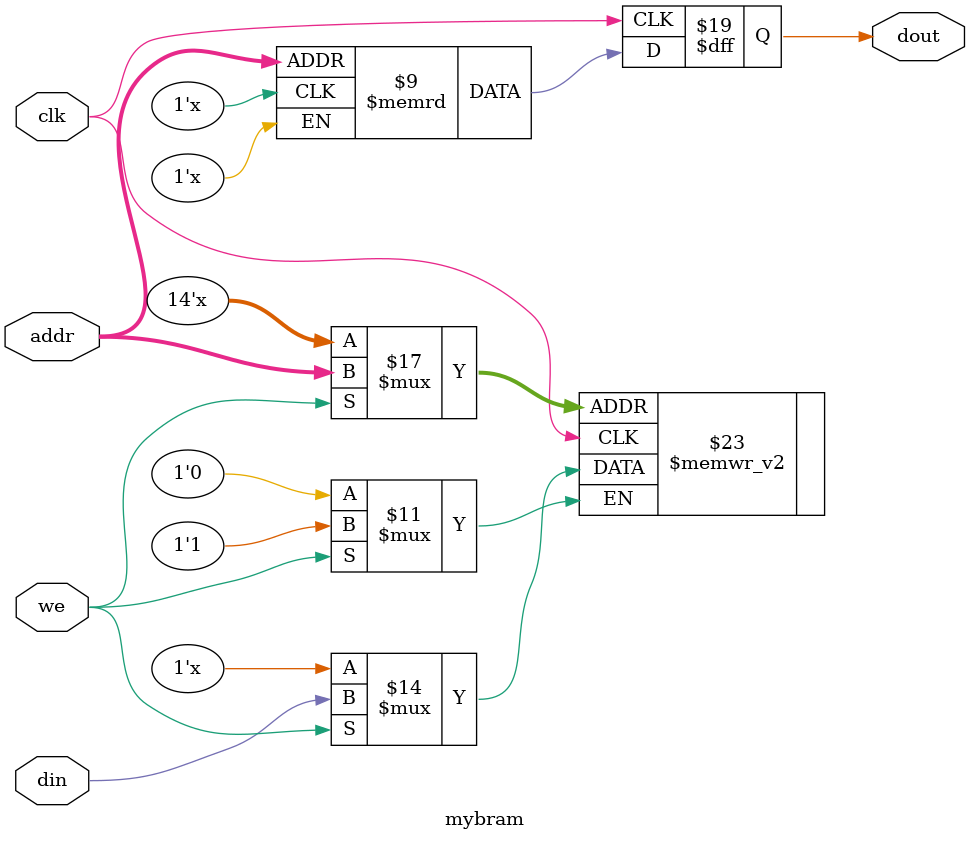
<source format=v>
/* 
 The width is 16, and each entry in the memory is {wheel_command_left,
 wh_cmd_r}, where the wheel commands are eight bits each.
 
 The maximum refresh rate for our sensors is 390Hz. This will be the
 motor command sample rate.
 
 We assume a maximum recording time of 15 seconds, so we want 
   log(390 * 15) = 13 rows, roundabout. 
 */

module rewind_controller #(parameter LOGSIZE=13,
			   parameter WIDTH_CMD=4,
			   parameter SAMPLE_RATE=390 // in Hz
			   )
   (input reset, clk, 
    input [1:0] state, 
    input signed [WIDTH_CMD-1:0] wcmd_in_l, wcmd_in_r, // wheel command from memory
    output reg signed [WIDTH_CMD-1:0]  wheel_left, wheel_right);
   
   // STATES 
   parameter IDLE    = 'b10;
   parameter FORWARD = 'b01;
   parameter REWIND  = 'b11;

   // CLOCKING FOR DOWNSAMPLING
   wire clk_sample; // If this doesn't work, use a counter
   divider #(.DIVISION_PERIOD(SAMPLE_RATE))
	     divided_sampling_clk(.clk(clk), .clk_divided(clk_sample));

   // SET UP MEMORY
   parameter WIDTH_MEM = WIDTH_CMD * 2;
   reg [LOGSIZE-1:0] address = 0;
   reg mem_is_full;
   wire [WIDTH_MEM-1:0] mem_in, mem_out;
   mybram #(.LOGSIZE(LOGSIZE), .WIDTH(WIDTH_MEM))
   samples(.addr(address), .clk(clk), .we(state == FORWARD),
	   .din(mem_in), .dout(mem_out));
   assign mem_in  = {wcmd_in_l, wcmd_in_r};
   
   // If we're moving forward, record the wheel commands
   always @ (posedge clk_sample) begin
      if(state == FORWARD && ~mem_is_full) 
	address <= address + 1;
      else if (state == REVERSE && address > 0)
	address <= address - 1;
   end

   always @ (posedge clk) begin
      if(reset) begin
	 address <= 0;
	 wheel_left  <= 0;
	 wheel_right <= 0;
	 // check later how/whether to reset the memory
      end
      else if(~reset) begin
	 if(state == IDLE) begin
	    address <= 0;
	    mem_is_full <= 0;
	 end
	 else if(state == REWIND) begin
	    // reverse the motor commands
	    wheel_left  <= -1 * mem_out[WIDTH_MEM-1:WIDTH_CMD];
	    wheel_right <= -1 * mem_out[WIDTH_CMD-1:0];
	 end

	 // Memory is full once address reaches its maximum
	 if(&address) mem_is_full <= 1;
      end // if (~reset)
   end // always @ (posedge clk)
endmodule

/* 
  Module written by staff for lab5
   Verilog equivalent to a BRAM, tools will infer the right thing!
   number of locations = 1<<LOGSIZE, width in bits = WIDTH.
   default is a 16K x 1 memory.
*/
module mybram #(parameter LOGSIZE=14, WIDTH=1)
              (input wire [LOGSIZE-1:0] addr,
               input wire clk,
               input wire [WIDTH-1:0] din,
               output reg [WIDTH-1:0] dout,
               input wire we);
   // let the tools infer the right number of BRAMs
   (* ram_style = "block" *)
   reg [WIDTH-1:0] mem[(1<<LOGSIZE)-1:0];
   always @(posedge clk) begin
     if (we) mem[addr] <= din;
     dout <= mem[addr];
   end
endmodule // mybram

</source>
